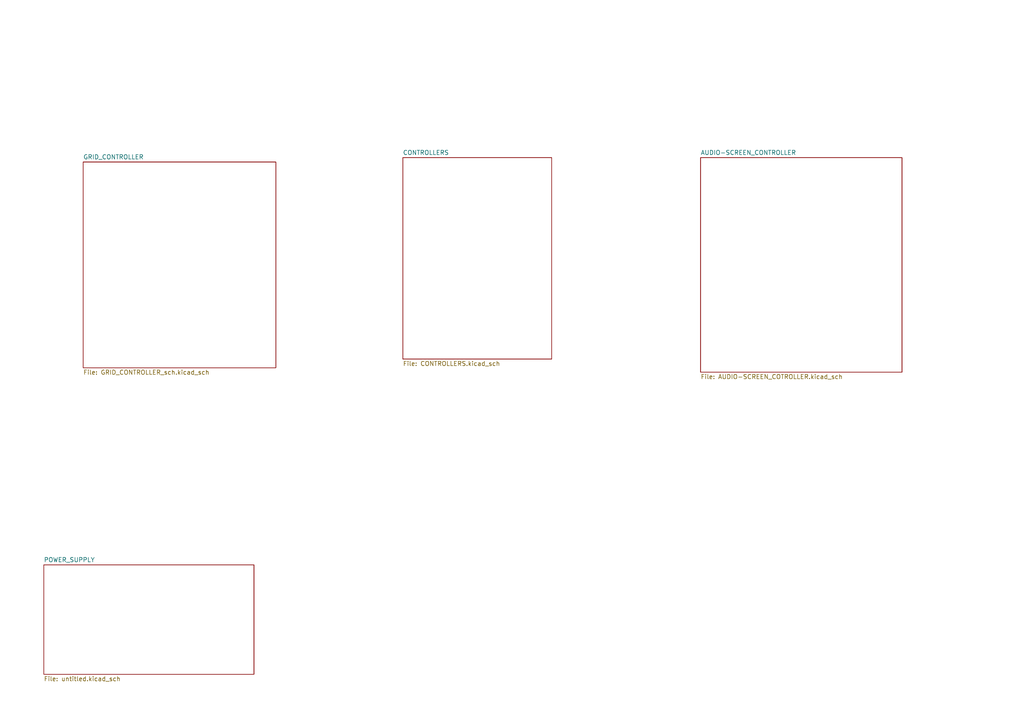
<source format=kicad_sch>
(kicad_sch (version 20250114) (generator "eeschema") (generator_version "9.0")
  (paper "A4")
  (lib_symbols
    (symbol "Mechanical:MountingHole" (pin_names (offset 1.016)) (exclude_from_sim yes) (in_bom no)
      (property "Reference" "H" (at 0 5.08 0))
      (property "Value" "MountingHole" (at 0 3.175 0))
      (symbol "MountingHole_0_1"
        (circle (center 0 0) (radius 1.27) (stroke (width 1.27)))
      )
    )
  )
  (symbol (lib_id "Mechanical:MountingHole") (at 307.34 49.53 0) (unit 1) (exclude_from_sim yes) (in_bom no)
    (property "Reference" "H7" (at 309.88 48.2599 0) (effects (justify left)))
    (property "Value" "MountingHole" (at 309.88 50.7999 0) (effects (justify left)))
    (property "Footprint" "MountingHole:MountingHole_3.2mm_M3" (effects (hide yes)))
    (property "Description" "Mounting Hole without connection" (effects (hide yes)))
  )
  (symbol (lib_id "Mechanical:MountingHole") (at 330.2 52.07 0) (unit 1) (exclude_from_sim yes) (in_bom no)
    (property "Reference" "H4" (at 332.74 50.7999 0) (effects (justify left)))
    (property "Value" "MountingHole" (at 332.74 53.3399 0) (effects (justify left)))
    (property "Footprint" "MountingHole:MountingHole_3.2mm_M3" (effects (hide yes)))
    (property "Description" "Mounting Hole without connection" (effects (hide yes)))
  )
  (symbol (lib_id "Mechanical:MountingHole") (at 316.23 15.24 0) (unit 1) (exclude_from_sim yes) (in_bom no)
    (property "Reference" "H5" (at 318.77 13.9699 0) (effects (justify left)))
    (property "Value" "MountingHole" (at 318.77 16.5099 0) (effects (justify left)))
    (property "Footprint" "MountingHole:MountingHole_3.2mm_M3" (effects (hide yes)))
    (property "Description" "Mounting Hole without connection" (effects (hide yes)))
  )
  (symbol (lib_id "Mechanical:MountingHole") (at 330.2 39.37 0) (unit 1) (exclude_from_sim yes) (in_bom no)
    (property "Reference" "H3" (at 332.74 38.0999 0) (effects (justify left)))
    (property "Value" "MountingHole" (at 332.74 40.6399 0) (effects (justify left)))
    (property "Footprint" "MountingHole:MountingHole_3.2mm_M3" (effects (hide yes)))
    (property "Description" "Mounting Hole without connection" (effects (hide yes)))
  )
  (symbol (lib_id "Mechanical:MountingHole") (at 307.34 31.75 0) (unit 1) (exclude_from_sim yes) (in_bom no)
    (property "Reference" "H6" (at 309.88 30.4799 0) (effects (justify left)))
    (property "Value" "MountingHole" (at 309.88 33.0199 0) (effects (justify left)))
    (property "Footprint" "MountingHole:MountingHole_3.2mm_M3" (effects (hide yes)))
    (property "Description" "Mounting Hole without connection" (effects (hide yes)))
  )
  (symbol (lib_id "Mechanical:MountingHole") (at 330.2 26.67 0) (unit 1) (exclude_from_sim yes) (in_bom no)
    (property "Reference" "H2" (at 332.74 25.3999 0) (effects (justify left)))
    (property "Value" "MountingHole" (at 332.74 27.9399 0) (effects (justify left)))
    (property "Footprint" "MountingHole:MountingHole_3.2mm_M3" (effects (hide yes)))
    (property "Description" "Mounting Hole without connection" (effects (hide yes)))
  )
  (symbol (lib_id "Mechanical:MountingHole") (at 330.2 15.24 0) (unit 1) (exclude_from_sim yes) (in_bom no)
    (property "Reference" "H1" (at 332.74 13.9699 0) (effects (justify left)))
    (property "Value" "MountingHole" (at 332.74 16.5099 0) (effects (justify left)))
    (property "Footprint" "MountingHole:MountingHole_3.2mm_M3" (effects (hide yes)))
    (property "Description" "Mounting Hole without connection" (effects (hide yes)))
  )
  (sheet (at 116.84 45.72) (size 43.18 58.42) (stroke (width 0.1524))
    (property "Sheetname" "CONTROLLERS" (at 116.84 45.0084 0) (effects (justify left bottom)))
    (property "Sheetfile" "CONTROLLERS.kicad_sch" (at 116.84 104.7246 0) (effects (justify left top)))
  )
  (sheet (at 203.2 45.72) (size 58.42 62.23) (stroke (width 0.1524))
    (property "Sheetname" "AUDIO-SCREEN_CONTROLLER" (at 203.2 45.0084 0) (effects (justify left bottom)))
    (property "Sheetfile" "AUDIO-SCREEN_COTROLLER.kicad_sch" (at 203.2 108.5346 0) (effects (justify left top)))
  )
  (sheet (at 24.13 46.99) (size 55.88 59.69) (stroke (width 0.1524))
    (property "Sheetname" "GRID_CONTROLLER" (at 24.13 46.2784 0) (effects (justify left bottom)))
    (property "Sheetfile" "GRID_CONTROLLER_sch.kicad_sch" (at 24.13 107.2646 0) (effects (justify left top)))
  )
  (sheet (at 12.7 163.83) (size 60.96 31.75) (stroke (width 0.1524))
    (property "Sheetname" "POWER_SUPPLY" (at 12.7 163.1184 0) (effects (justify left bottom)))
    (property "Sheetfile" "untitled.kicad_sch" (at 12.7 196.1646 0) (effects (justify left top)))
  )
)
</source>
